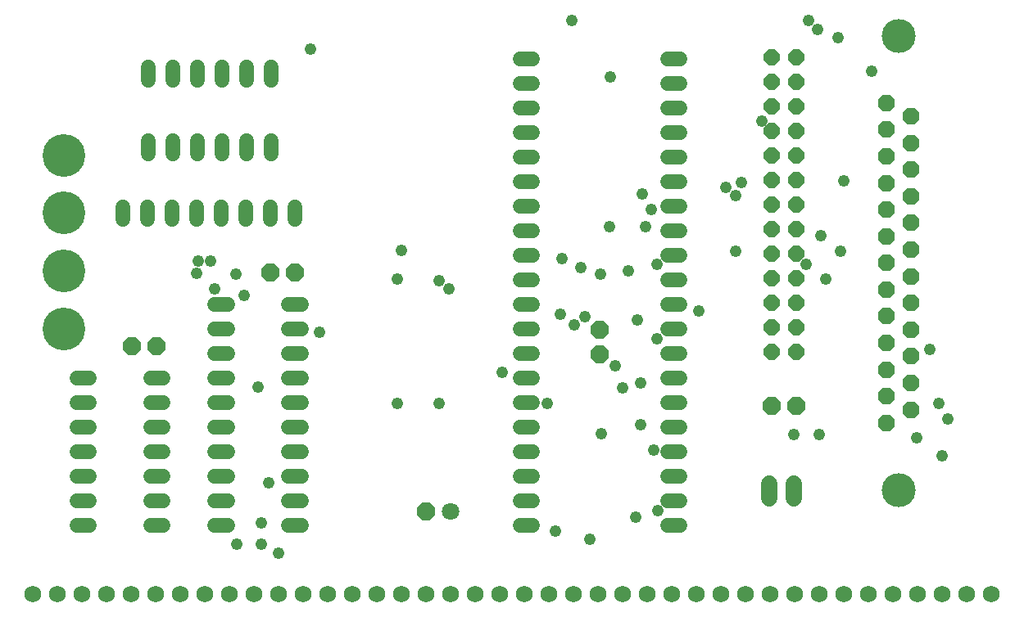
<source format=gts>
G75*
%MOIN*%
%OFA0B0*%
%FSLAX25Y25*%
%IPPOS*%
%LPD*%
%AMOC8*
5,1,8,0,0,1.08239X$1,22.5*
%
%ADD10OC8,0.07100*%
%ADD11C,0.06800*%
%ADD12C,0.06000*%
%ADD13C,0.06800*%
%ADD14OC8,0.06400*%
%ADD15C,0.07100*%
%ADD16OC8,0.06800*%
%ADD17C,0.13800*%
%ADD18C,0.17398*%
%ADD19C,0.04800*%
D10*
X0169186Y0045984D03*
X0240050Y0110153D03*
X0240050Y0120153D03*
X0309841Y0089011D03*
X0319841Y0089011D03*
X0115901Y0143420D03*
X0105901Y0143420D03*
X0059602Y0113263D03*
X0049602Y0113263D03*
D11*
X0009208Y0012436D03*
X0019208Y0012436D03*
X0029208Y0012436D03*
X0039208Y0012436D03*
X0049208Y0012436D03*
X0059208Y0012436D03*
X0069208Y0012436D03*
X0079208Y0012436D03*
X0089208Y0012436D03*
X0099208Y0012436D03*
X0109208Y0012436D03*
X0119208Y0012436D03*
X0129208Y0012436D03*
X0139208Y0012436D03*
X0149208Y0012436D03*
X0159208Y0012436D03*
X0169208Y0012436D03*
X0179208Y0012436D03*
X0189208Y0012436D03*
X0199208Y0012436D03*
X0209208Y0012436D03*
X0219208Y0012436D03*
X0229208Y0012436D03*
X0239208Y0012436D03*
X0249208Y0012436D03*
X0259208Y0012436D03*
X0269208Y0012436D03*
X0279208Y0012436D03*
X0289208Y0012436D03*
X0299208Y0012436D03*
X0309208Y0012436D03*
X0319208Y0012436D03*
X0329208Y0012436D03*
X0339208Y0012436D03*
X0349208Y0012436D03*
X0359208Y0012436D03*
X0369208Y0012436D03*
X0379208Y0012436D03*
X0389208Y0012436D03*
X0399208Y0012436D03*
D12*
X0272650Y0040468D02*
X0267450Y0040468D01*
X0267450Y0050468D02*
X0272650Y0050468D01*
X0272650Y0060468D02*
X0267450Y0060468D01*
X0267450Y0070468D02*
X0272650Y0070468D01*
X0272650Y0080468D02*
X0267450Y0080468D01*
X0267450Y0090468D02*
X0272650Y0090468D01*
X0272650Y0100468D02*
X0267450Y0100468D01*
X0267450Y0110468D02*
X0272650Y0110468D01*
X0272650Y0120468D02*
X0267450Y0120468D01*
X0267450Y0130468D02*
X0272650Y0130468D01*
X0272650Y0140468D02*
X0267450Y0140468D01*
X0267450Y0150468D02*
X0272650Y0150468D01*
X0272650Y0160468D02*
X0267450Y0160468D01*
X0267450Y0170468D02*
X0272650Y0170468D01*
X0272650Y0180468D02*
X0267450Y0180468D01*
X0267450Y0190468D02*
X0272650Y0190468D01*
X0272650Y0200468D02*
X0267450Y0200468D01*
X0267450Y0210468D02*
X0272650Y0210468D01*
X0272650Y0220468D02*
X0267450Y0220468D01*
X0267450Y0230468D02*
X0272650Y0230468D01*
X0212650Y0230468D02*
X0207450Y0230468D01*
X0207450Y0220468D02*
X0212650Y0220468D01*
X0212650Y0210468D02*
X0207450Y0210468D01*
X0207450Y0200468D02*
X0212650Y0200468D01*
X0212650Y0190468D02*
X0207450Y0190468D01*
X0207450Y0180468D02*
X0212650Y0180468D01*
X0212650Y0170468D02*
X0207450Y0170468D01*
X0207450Y0160468D02*
X0212650Y0160468D01*
X0212650Y0150468D02*
X0207450Y0150468D01*
X0207450Y0140468D02*
X0212650Y0140468D01*
X0212650Y0130468D02*
X0207450Y0130468D01*
X0207450Y0120468D02*
X0212650Y0120468D01*
X0212650Y0110468D02*
X0207450Y0110468D01*
X0207450Y0100468D02*
X0212650Y0100468D01*
X0212650Y0090468D02*
X0207450Y0090468D01*
X0207450Y0080468D02*
X0212650Y0080468D01*
X0212650Y0070468D02*
X0207450Y0070468D01*
X0207450Y0060468D02*
X0212650Y0060468D01*
X0212650Y0050468D02*
X0207450Y0050468D01*
X0207450Y0040468D02*
X0212650Y0040468D01*
X0118422Y0040468D02*
X0113222Y0040468D01*
X0113222Y0050468D02*
X0118422Y0050468D01*
X0118422Y0060468D02*
X0113222Y0060468D01*
X0113222Y0070468D02*
X0118422Y0070468D01*
X0118422Y0080468D02*
X0113222Y0080468D01*
X0113222Y0090468D02*
X0118422Y0090468D01*
X0118422Y0100468D02*
X0113222Y0100468D01*
X0113222Y0110468D02*
X0118422Y0110468D01*
X0118422Y0120468D02*
X0113222Y0120468D01*
X0113222Y0130468D02*
X0118422Y0130468D01*
X0088422Y0130468D02*
X0083222Y0130468D01*
X0083222Y0120468D02*
X0088422Y0120468D01*
X0088422Y0110468D02*
X0083222Y0110468D01*
X0083222Y0100468D02*
X0088422Y0100468D01*
X0088422Y0090468D02*
X0083222Y0090468D01*
X0083222Y0080468D02*
X0088422Y0080468D01*
X0088422Y0070468D02*
X0083222Y0070468D01*
X0083222Y0060468D02*
X0088422Y0060468D01*
X0088422Y0050468D02*
X0083222Y0050468D01*
X0083222Y0040468D02*
X0088422Y0040468D01*
X0062320Y0040507D02*
X0057120Y0040507D01*
X0057120Y0050507D02*
X0062320Y0050507D01*
X0062320Y0060507D02*
X0057120Y0060507D01*
X0057120Y0070507D02*
X0062320Y0070507D01*
X0062320Y0080507D02*
X0057120Y0080507D01*
X0057120Y0090507D02*
X0062320Y0090507D01*
X0062320Y0100507D02*
X0057120Y0100507D01*
X0032320Y0100507D02*
X0027120Y0100507D01*
X0027120Y0090507D02*
X0032320Y0090507D01*
X0032320Y0080507D02*
X0027120Y0080507D01*
X0027120Y0070507D02*
X0032320Y0070507D01*
X0032320Y0060507D02*
X0027120Y0060507D01*
X0027120Y0050507D02*
X0032320Y0050507D01*
X0032320Y0040507D02*
X0027120Y0040507D01*
X0045743Y0164954D02*
X0045743Y0170154D01*
X0055743Y0170154D02*
X0055743Y0164954D01*
X0065743Y0164954D02*
X0065743Y0170154D01*
X0075743Y0170154D02*
X0075743Y0164954D01*
X0085743Y0164954D02*
X0085743Y0170154D01*
X0095743Y0170154D02*
X0095743Y0164954D01*
X0105743Y0164954D02*
X0105743Y0170154D01*
X0115743Y0170154D02*
X0115743Y0164954D01*
X0106334Y0191687D02*
X0106334Y0196887D01*
X0096334Y0196887D02*
X0096334Y0191687D01*
X0086334Y0191687D02*
X0086334Y0196887D01*
X0076334Y0196887D02*
X0076334Y0191687D01*
X0066334Y0191687D02*
X0066334Y0196887D01*
X0056334Y0196887D02*
X0056334Y0191687D01*
X0056334Y0221687D02*
X0056334Y0226887D01*
X0066334Y0226887D02*
X0066334Y0221687D01*
X0076334Y0221687D02*
X0076334Y0226887D01*
X0086334Y0226887D02*
X0086334Y0221687D01*
X0096334Y0221687D02*
X0096334Y0226887D01*
X0106334Y0226887D02*
X0106334Y0221687D01*
D13*
X0308857Y0057365D02*
X0308857Y0051365D01*
X0318857Y0051365D02*
X0318857Y0057365D01*
D14*
X0319959Y0111019D03*
X0309959Y0111019D03*
X0309959Y0121019D03*
X0319959Y0121019D03*
X0319959Y0131019D03*
X0309959Y0131019D03*
X0309959Y0141019D03*
X0319959Y0141019D03*
X0319959Y0151019D03*
X0319959Y0161019D03*
X0309959Y0161019D03*
X0309959Y0151019D03*
X0309959Y0171019D03*
X0319959Y0171019D03*
X0319959Y0181019D03*
X0309959Y0181019D03*
X0309959Y0191019D03*
X0319959Y0191019D03*
X0319959Y0201019D03*
X0309959Y0201019D03*
X0309959Y0211019D03*
X0309959Y0221019D03*
X0319959Y0221019D03*
X0319959Y0211019D03*
X0319959Y0231019D03*
X0309959Y0231019D03*
D15*
X0179186Y0045984D03*
D16*
X0356452Y0082079D03*
X0366452Y0087479D03*
X0356452Y0092979D03*
X0366452Y0098379D03*
X0356452Y0103779D03*
X0366452Y0109279D03*
X0356452Y0114679D03*
X0366452Y0120079D03*
X0356452Y0125579D03*
X0366452Y0130979D03*
X0356452Y0136379D03*
X0366452Y0141879D03*
X0356452Y0147279D03*
X0366452Y0152679D03*
X0356452Y0158179D03*
X0366452Y0163579D03*
X0356452Y0168979D03*
X0366452Y0174479D03*
X0356452Y0179879D03*
X0366452Y0185279D03*
X0356452Y0190779D03*
X0366452Y0196179D03*
X0356452Y0201579D03*
X0366452Y0207079D03*
X0356452Y0212479D03*
D17*
X0361452Y0239879D03*
X0361452Y0054679D03*
D18*
X0021885Y0120310D03*
X0021885Y0143932D03*
X0021885Y0167554D03*
X0021885Y0191176D03*
D19*
X0076450Y0148000D03*
X0081400Y0148000D03*
X0076000Y0143050D03*
X0083200Y0136750D03*
X0091750Y0142600D03*
X0095350Y0134050D03*
X0125950Y0119200D03*
X0100750Y0096700D03*
X0157450Y0089950D03*
X0174550Y0089950D03*
X0200200Y0102550D03*
X0218650Y0089950D03*
X0240700Y0077800D03*
X0256450Y0081400D03*
X0261850Y0071050D03*
X0249250Y0096250D03*
X0256450Y0098500D03*
X0246100Y0105250D03*
X0263200Y0116500D03*
X0255100Y0124150D03*
X0233950Y0125500D03*
X0229450Y0121900D03*
X0224050Y0126400D03*
X0240250Y0142600D03*
X0232150Y0145300D03*
X0224500Y0148900D03*
X0243850Y0161950D03*
X0258700Y0161950D03*
X0260950Y0169150D03*
X0257350Y0175450D03*
X0291100Y0178150D03*
X0295150Y0174550D03*
X0297400Y0179950D03*
X0305950Y0205150D03*
X0339250Y0180850D03*
X0329800Y0158350D03*
X0337900Y0152050D03*
X0323950Y0146650D03*
X0332050Y0140800D03*
X0295150Y0152050D03*
X0263200Y0146650D03*
X0251500Y0143950D03*
X0280300Y0127750D03*
X0319000Y0077350D03*
X0329350Y0077350D03*
X0368950Y0076000D03*
X0379300Y0068800D03*
X0381550Y0083650D03*
X0377950Y0089950D03*
X0374350Y0112000D03*
X0263650Y0046300D03*
X0254650Y0043600D03*
X0235750Y0034600D03*
X0221800Y0038200D03*
X0109300Y0029200D03*
X0102100Y0032800D03*
X0092200Y0032800D03*
X0102100Y0041350D03*
X0105250Y0057550D03*
X0178600Y0136750D03*
X0174550Y0139900D03*
X0157450Y0140800D03*
X0159250Y0152500D03*
X0244300Y0223150D03*
X0228550Y0246100D03*
X0324850Y0246100D03*
X0328450Y0242500D03*
X0337000Y0238900D03*
X0350500Y0225400D03*
X0122350Y0234400D03*
M02*

</source>
